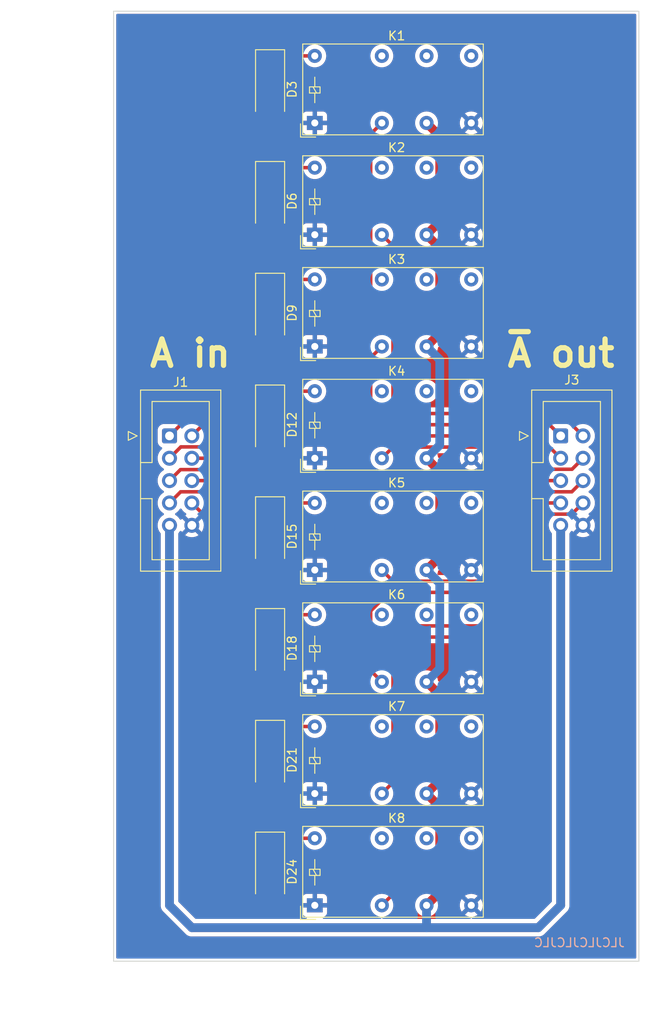
<source format=kicad_pcb>
(kicad_pcb (version 20221018) (generator pcbnew)
  (layers (0 "F.Cu" signal) (31 "B.Cu" signal) (34 "B.Paste" user) (35 "F.Paste" user) (36 "B.SilkS" user "B.Silkscreen") (37 "F.SilkS" user "F.Silkscreen") (38 "B.Mask" user) (39 "F.Mask" user) (44 "Edge.Cuts" user))
  (net 0 "")
  (net 1 "Net-(D3-A1)")
  (net 2 "Net-(D6-A1)")
  (net 3 "Net-(D9-A1)")
  (net 4 "Net-(D12-A1)")
  (net 5 "Net-(D15-A1)")
  (net 6 "Net-(D18-A1)")
  (net 7 "Net-(D21-A1)")
  (net 8 "Net-(D24-A1)")
  (net 12 "VCC")
  (net 13 "GND")
  (net 14 "Net-(J3-Pin_1)")
  (net 15 "Net-(J3-Pin_2)")
  (net 16 "Net-(J3-Pin_3)")
  (net 17 "Net-(J3-Pin_4)")
  (net 18 "Net-(J3-Pin_5)")
  (net 19 "Net-(J3-Pin_6)")
  (net 20 "Net-(J3-Pin_7)")
  (net 21 "Net-(J3-Pin_8)")
  (footprint "Diode_SMD:D_SMA_Handsoldering" (layer "F.Cu") (at 143.51 73.66 -90)
    (fp_text reference "D9" (at 0 -2.5 90) (layer "F.SilkS"))
    (fp_text value "SMAJ14CA")
    (fp_line (start -4.51 -1.65) (end -4.51 1.65) (stroke (width 0.12)) (layer "F.SilkS"))
    (fp_line (start -4.51 -1.65) (end 2.5 -1.65) (stroke (width 0.12)) (layer "F.SilkS"))
    (fp_line (start -4.51 1.65) (end 2.5 1.65) (stroke (width 0.12)) (layer "F.SilkS"))
    (pad "1" smd roundrect (at -2.5 0 270) (size 3.5 1.8) (layers "F.Cu" "F.Paste" "F.Mask") (roundrect_rratio 0.1388888889) (net 3 "Net-(D9-A1)"))
    (pad "2" smd roundrect (at 2.5 0 270) (size 3.5 1.8) (layers "F.Cu" "F.Paste" "F.Mask") (roundrect_rratio 0.1388888889) (net 13 "GND"))
  )
  (footprint "Relay_THT:Relay_DPDT_Finder_30.22" (layer "F.Cu") (at 148.59 140.97)
    (fp_text reference "K8" (at 9.3 -9.9) (layer "F.SilkS"))
    (fp_text value "J104D2C12VDC.15S")
    (fp_line (start -1.62 1.6) (end -1.62 0.1) (stroke (width 0.12)) (layer "F.SilkS"))
    (fp_line (start -1.37 -8.97) (end 19.15 -8.97) (stroke (width 0.12)) (layer "F.SilkS"))
    (fp_line (start -1.37 1.35) (end -1.37 -8.97) (stroke (width 0.12)) (layer "F.SilkS"))
    (fp_line (start -0.6 -4.1) (end -0.6 -3.4) (stroke (width 0.12)) (layer "F.SilkS"))
    (fp_line (start -0.6 -3.4) (end 0.6 -3.4) (stroke (width 0.12)) (layer "F.SilkS"))
    (fp_line (start 0 -4.1) (end 0 -5.2) (stroke (width 0.12)) (layer "F.SilkS"))
    (fp_line (start 0 -3.4) (end 0 -2.3) (stroke (width 0.12)) (layer "F.SilkS"))
    (fp_line (start 0.1 1.6) (end -1.62 1.6) (stroke (width 0.12)) (layer "F.SilkS"))
    (fp_line (start 0.2 -3.4) (end -0.2 -4.1) (stroke (width 0.12)) (layer "F.SilkS"))
    (fp_line (start 0.6 -4.1) (end -0.6 -4.1) (stroke (width 0.12)) (layer "F.SilkS"))
    (fp_line (start 0.6 -3.4) (end 0.6 -4.1) (stroke (width 0.12)) (layer "F.SilkS"))
    (fp_line (start 19.15 -8.97) (end 19.15 1.35) (stroke (width 0.12)) (layer "F.SilkS"))
    (fp_line (start 19.15 1.35) (end -1.37 1.35) (stroke (width 0.12)) (layer "F.SilkS"))
    (pad "11" thru_hole circle (at 7.62 0 90) (size 1.6 1.6) (drill 0.8) (layers "*.Cu" "*.Mask") (net 21 "Net-(J3-Pin_8)"))
    (pad "12" thru_hole circle (at 12.7 0 90) (size 1.6 1.6) (drill 0.8) (layers "*.Cu" "*.Mask") (net 12 "VCC"))
    (pad "14" thru_hole circle (at 17.78 0 90) (size 1.6 1.6) (drill 0.8) (layers "*.Cu" "*.Mask") (net 13 "GND"))
    (pad "21" thru_hole circle (at 7.62 -7.62 90) (size 1.6 1.6) (drill 0.8) (layers "*.Cu" "*.Mask"))
    (pad "22" thru_hole circle (at 12.7 -7.62 90) (size 1.6 1.6) (drill 0.8) (layers "*.Cu" "*.Mask"))
    (pad "24" thru_hole circle (at 17.78 -7.62 180) (size 1.6 1.6) (drill 0.8) (layers "*.Cu" "*.Mask"))
    (pad "A1" thru_hole rect (at 0 0 90) (size 1.6 1.8) (drill 0.8) (layers "*.Cu" "*.Mask") (net 13 "GND"))
    (pad "A2" thru_hole circle (at 0 -7.62 90) (size 1.6 1.6) (drill 0.8) (layers "*.Cu" "*.Mask") (net 8 "Net-(D24-A1)"))
  )
  (footprint "Diode_SMD:D_SMA_Handsoldering" (layer "F.Cu") (at 143.51 124.46 -90)
    (fp_text reference "D21" (at 0 -2.5 90) (layer "F.SilkS"))
    (fp_text value "SMAJ14CA")
    (fp_line (start -4.51 -1.65) (end -4.51 1.65) (stroke (width 0.12)) (layer "F.SilkS"))
    (fp_line (start -4.51 -1.65) (end 2.5 -1.65) (stroke (width 0.12)) (layer "F.SilkS"))
    (fp_line (start -4.51 1.65) (end 2.5 1.65) (stroke (width 0.12)) (layer "F.SilkS"))
    (pad "1" smd roundrect (at -2.5 0 270) (size 3.5 1.8) (layers "F.Cu" "F.Paste" "F.Mask") (roundrect_rratio 0.1388888889) (net 7 "Net-(D21-A1)"))
    (pad "2" smd roundrect (at 2.5 0 270) (size 3.5 1.8) (layers "F.Cu" "F.Paste" "F.Mask") (roundrect_rratio 0.1388888889) (net 13 "GND"))
  )
  (footprint "Relay_THT:Relay_DPDT_Finder_30.22" (layer "F.Cu") (at 148.59 64.77)
    (fp_text reference "K2" (at 9.3 -9.9) (layer "F.SilkS"))
    (fp_text value "J104D2C12VDC.15S")
    (fp_line (start -1.62 1.6) (end -1.62 0.1) (stroke (width 0.12)) (layer "F.SilkS"))
    (fp_line (start -1.37 -8.97) (end 19.15 -8.97) (stroke (width 0.12)) (layer "F.SilkS"))
    (fp_line (start -1.37 1.35) (end -1.37 -8.97) (stroke (width 0.12)) (layer "F.SilkS"))
    (fp_line (start -0.6 -4.1) (end -0.6 -3.4) (stroke (width 0.12)) (layer "F.SilkS"))
    (fp_line (start -0.6 -3.4) (end 0.6 -3.4) (stroke (width 0.12)) (layer "F.SilkS"))
    (fp_line (start 0 -4.1) (end 0 -5.2) (stroke (width 0.12)) (layer "F.SilkS"))
    (fp_line (start 0 -3.4) (end 0 -2.3) (stroke (width 0.12)) (layer "F.SilkS"))
    (fp_line (start 0.1 1.6) (end -1.62 1.6) (stroke (width 0.12)) (layer "F.SilkS"))
    (fp_line (start 0.2 -3.4) (end -0.2 -4.1) (stroke (width 0.12)) (layer "F.SilkS"))
    (fp_line (start 0.6 -4.1) (end -0.6 -4.1) (stroke (width 0.12)) (layer "F.SilkS"))
    (fp_line (start 0.6 -3.4) (end 0.6 -4.1) (stroke (width 0.12)) (layer "F.SilkS"))
    (fp_line (start 19.15 -8.97) (end 19.15 1.35) (stroke (width 0.12)) (layer "F.SilkS"))
    (fp_line (start 19.15 1.35) (end -1.37 1.35) (stroke (width 0.12)) (layer "F.SilkS"))
    (pad "11" thru_hole circle (at 7.62 0 90) (size 1.6 1.6) (drill 0.8) (layers "*.Cu" "*.Mask") (net 15 "Net-(J3-Pin_2)"))
    (pad "12" thru_hole circle (at 12.7 0 90) (size 1.6 1.6) (drill 0.8) (layers "*.Cu" "*.Mask") (net 12 "VCC"))
    (pad "14" thru_hole circle (at 17.78 0 90) (size 1.6 1.6) (drill 0.8) (layers "*.Cu" "*.Mask") (net 13 "GND"))
    (pad "21" thru_hole circle (at 7.62 -7.62 90) (size 1.6 1.6) (drill 0.8) (layers "*.Cu" "*.Mask"))
    (pad "22" thru_hole circle (at 12.7 -7.62 90) (size 1.6 1.6) (drill 0.8) (layers "*.Cu" "*.Mask"))
    (pad "24" thru_hole circle (at 17.78 -7.62 180) (size 1.6 1.6) (drill 0.8) (layers "*.Cu" "*.Mask"))
    (pad "A1" thru_hole rect (at 0 0 90) (size 1.6 1.8) (drill 0.8) (layers "*.Cu" "*.Mask") (net 13 "GND"))
    (pad "A2" thru_hole circle (at 0 -7.62 90) (size 1.6 1.6) (drill 0.8) (layers "*.Cu" "*.Mask") (net 2 "Net-(D6-A1)"))
  )
  (footprint "Relay_THT:Relay_DPDT_Finder_30.22" (layer "F.Cu") (at 148.59 102.87)
    (fp_text reference "K5" (at 9.3 -9.9) (layer "F.SilkS"))
    (fp_text value "J104D2C12VDC.15S")
    (fp_line (start -1.62 1.6) (end -1.62 0.1) (stroke (width 0.12)) (layer "F.SilkS"))
    (fp_line (start -1.37 -8.97) (end 19.15 -8.97) (stroke (width 0.12)) (layer "F.SilkS"))
    (fp_line (start -1.37 1.35) (end -1.37 -8.97) (stroke (width 0.12)) (layer "F.SilkS"))
    (fp_line (start -0.6 -4.1) (end -0.6 -3.4) (stroke (width 0.12)) (layer "F.SilkS"))
    (fp_line (start -0.6 -3.4) (end 0.6 -3.4) (stroke (width 0.12)) (layer "F.SilkS"))
    (fp_line (start 0 -4.1) (end 0 -5.2) (stroke (width 0.12)) (layer "F.SilkS"))
    (fp_line (start 0 -3.4) (end 0 -2.3) (stroke (width 0.12)) (layer "F.SilkS"))
    (fp_line (start 0.1 1.6) (end -1.62 1.6) (stroke (width 0.12)) (layer "F.SilkS"))
    (fp_line (start 0.2 -3.4) (end -0.2 -4.1) (stroke (width 0.12)) (layer "F.SilkS"))
    (fp_line (start 0.6 -4.1) (end -0.6 -4.1) (stroke (width 0.12)) (layer "F.SilkS"))
    (fp_line (start 0.6 -3.4) (end 0.6 -4.1) (stroke (width 0.12)) (layer "F.SilkS"))
    (fp_line (start 19.15 -8.97) (end 19.15 1.35) (stroke (width 0.12)) (layer "F.SilkS"))
    (fp_line (start 19.15 1.35) (end -1.37 1.35) (stroke (width 0.12)) (layer "F.SilkS"))
    (pad "11" thru_hole circle (at 7.62 0 90) (size 1.6 1.6) (drill 0.8) (layers "*.Cu" "*.Mask") (net 18 "Net-(J3-Pin_5)"))
    (pad "12" thru_hole circle (at 12.7 0 90) (size 1.6 1.6) (drill 0.8) (layers "*.Cu" "*.Mask") (net 12 "VCC"))
    (pad "14" thru_hole circle (at 17.78 0 90) (size 1.6 1.6) (drill 0.8) (layers "*.Cu" "*.Mask") (net 13 "GND"))
    (pad "21" thru_hole circle (at 7.62 -7.62 90) (size 1.6 1.6) (drill 0.8) (layers "*.Cu" "*.Mask"))
    (pad "22" thru_hole circle (at 12.7 -7.62 90) (size 1.6 1.6) (drill 0.8) (layers "*.Cu" "*.Mask"))
    (pad "24" thru_hole circle (at 17.78 -7.62 180) (size 1.6 1.6) (drill 0.8) (layers "*.Cu" "*.Mask"))
    (pad "A1" thru_hole rect (at 0 0 90) (size 1.6 1.8) (drill 0.8) (layers "*.Cu" "*.Mask") (net 13 "GND"))
    (pad "A2" thru_hole circle (at 0 -7.62 90) (size 1.6 1.6) (drill 0.8) (layers "*.Cu" "*.Mask") (net 5 "Net-(D15-A1)"))
  )
  (footprint "Diode_SMD:D_SMA_Handsoldering" (layer "F.Cu") (at 143.51 137.16 -90)
    (fp_text reference "D24" (at 0 -2.5 90) (layer "F.SilkS"))
    (fp_text value "SMAJ14CA")
    (fp_line (start -4.51 -1.65) (end -4.51 1.65) (stroke (width 0.12)) (layer "F.SilkS"))
    (fp_line (start -4.51 -1.65) (end 2.5 -1.65) (stroke (width 0.12)) (layer "F.SilkS"))
    (fp_line (start -4.51 1.65) (end 2.5 1.65) (stroke (width 0.12)) (layer "F.SilkS"))
    (pad "1" smd roundrect (at -2.5 0 270) (size 3.5 1.8) (layers "F.Cu" "F.Paste" "F.Mask") (roundrect_rratio 0.1388888889) (net 8 "Net-(D24-A1)"))
    (pad "2" smd roundrect (at 2.5 0 270) (size 3.5 1.8) (layers "F.Cu" "F.Paste" "F.Mask") (roundrect_rratio 0.1388888889) (net 13 "GND"))
  )
  (footprint "Diode_SMD:D_SMA_Handsoldering" (layer "F.Cu") (at 143.51 60.96 -90)
    (fp_text reference "D6" (at 0 -2.5 90) (layer "F.SilkS"))
    (fp_text value "SMAJ14CA")
    (fp_line (start -4.51 -1.65) (end -4.51 1.65) (stroke (width 0.12)) (layer "F.SilkS"))
    (fp_line (start -4.51 -1.65) (end 2.5 -1.65) (stroke (width 0.12)) (layer "F.SilkS"))
    (fp_line (start -4.51 1.65) (end 2.5 1.65) (stroke (width 0.12)) (layer "F.SilkS"))
    (pad "1" smd roundrect (at -2.5 0 270) (size 3.5 1.8) (layers "F.Cu" "F.Paste" "F.Mask") (roundrect_rratio 0.1388888889) (net 2 "Net-(D6-A1)"))
    (pad "2" smd roundrect (at 2.5 0 270) (size 3.5 1.8) (layers "F.Cu" "F.Paste" "F.Mask") (roundrect_rratio 0.1388888889) (net 13 "GND"))
  )
  (footprint "Diode_SMD:D_SMA_Handsoldering" (layer "F.Cu") (at 143.51 86.36 -90)
    (fp_text reference "D12" (at 0 -2.5 90) (layer "F.SilkS"))
    (fp_text value "SMAJ14CA")
    (fp_line (start -4.51 -1.65) (end -4.51 1.65) (stroke (width 0.12)) (layer "F.SilkS"))
    (fp_line (start -4.51 -1.65) (end 2.5 -1.65) (stroke (width 0.12)) (layer "F.SilkS"))
    (fp_line (start -4.51 1.65) (end 2.5 1.65) (stroke (width 0.12)) (layer "F.SilkS"))
    (pad "1" smd roundrect (at -2.5 0 270) (size 3.5 1.8) (layers "F.Cu" "F.Paste" "F.Mask") (roundrect_rratio 0.1388888889) (net 4 "Net-(D12-A1)"))
    (pad "2" smd roundrect (at 2.5 0 270) (size 3.5 1.8) (layers "F.Cu" "F.Paste" "F.Mask") (roundrect_rratio 0.1388888889) (net 13 "GND"))
  )
  (footprint "Connector_IDC:IDC-Header_2x05_P2.54mm_Vertical" (layer "F.Cu") (at 176.53 87.63)
    (fp_text reference "J3" (at 1.27 -6.35) (layer "F.SilkS"))
    (fp_text value "BHR-10-VUA")
    (fp_line (start -4.68 -0.5) (end -4.68 0.5) (stroke (width 0.12)) (layer "F.SilkS"))
    (fp_line (start -4.68 0.5) (end -3.68 0) (stroke (width 0.12)) (layer "F.SilkS"))
    (fp_line (start -3.68 0) (end -4.68 -0.5) (stroke (width 0.12)) (layer "F.SilkS"))
    (fp_line (start -3.29 -5.21) (end 5.83 -5.21) (stroke (width 0.12)) (layer "F.SilkS"))
    (fp_line (start -3.29 3.03) (end -1.98 3.03) (stroke (width 0.12)) (layer "F.SilkS"))
    (fp_line (start -3.29 15.37) (end -3.29 -5.21) (stroke (width 0.12)) (layer "F.SilkS"))
    (fp_line (start -1.98 -3.91) (end 4.52 -3.91) (stroke (width 0.12)) (layer "F.SilkS"))
    (fp_line (start -1.98 3.03) (end -1.98 -3.91) (stroke (width 0.12)) (layer "F.SilkS"))
    (fp_line (start -1.98 7.13) (end -3.29 7.13) (stroke (width 0.12)) (layer "F.SilkS"))
    (fp_line (start -1.98 7.13) (end -1.98 7.13) (stroke (width 0.12)) (layer "F.SilkS"))
    (fp_line (start -1.98 14.07) (end -1.98 7.13) (stroke (width 0.12)) (layer "F.SilkS"))
    (fp_line (start 4.52 -3.91) (end 4.52 14.07) (stroke (width 0.12)) (layer "F.SilkS"))
    (fp_line (start 4.52 14.07) (end -1.98 14.07) (stroke (width 0.12)) (layer "F.SilkS"))
    (fp_line (start 5.83 -5.21) (end 5.83 15.37) (stroke (width 0.12)) (layer "F.SilkS"))
    (fp_line (start 5.83 15.37) (end -3.29 15.37) (stroke (width 0.12)) (layer "F.SilkS"))
    (pad "1" thru_hole roundrect (at 0 0) (size 1.7 1.7) (drill 1) (layers "*.Cu" "*.Mask") (roundrect_rratio 0.147059) (net 14 "Net-(J3-Pin_1)"))
    (pad "2" thru_hole circle (at 2.54 0) (size 1.7 1.7) (drill 1) (layers "*.Cu" "*.Mask") (net 15 "Net-(J3-Pin_2)"))
    (pad "3" thru_hole circle (at 0 2.54) (size 1.7 1.7) (drill 1) (layers "*.Cu" "*.Mask") (net 16 "Net-(J3-Pin_3)"))
    (pad "4" thru_hole circle (at 2.54 2.54) (size 1.7 1.7) (drill 1) (layers "*.Cu" "*.Mask") (net 17 "Net-(J3-Pin_4)"))
    (pad "5" thru_hole circle (at 0 5.08) (size 1.7 1.7) (drill 1) (layers "*.Cu" "*.Mask") (net 18 "Net-(J3-Pin_5)"))
    (pad "6" thru_hole circle (at 2.54 5.08) (size 1.7 1.7) (drill 1) (layers "*.Cu" "*.Mask") (net 19 "Net-(J3-Pin_6)"))
    (pad "7" thru_hole circle (at 0 7.62) (size 1.7 1.7) (drill 1) (layers "*.Cu" "*.Mask") (net 20 "Net-(J3-Pin_7)"))
    (pad "8" thru_hole circle (at 2.54 7.62) (size 1.7 1.7) (drill 1) (layers "*.Cu" "*.Mask") (net 21 "Net-(J3-Pin_8)"))
    (pad "9" thru_hole circle (at 0 10.16) (size 1.7 1.7) (drill 1) (layers "*.Cu" "*.Mask") (net 12 "VCC"))
    (pad "10" thru_hole circle (at 2.54 10.16) (size 1.7 1.7) (drill 1) (layers "*.Cu" "*.Mask") (net 13 "GND"))
  )
  (footprint "Relay_THT:Relay_DPDT_Finder_30.22" (layer "F.Cu") (at 148.59 128.27)
    (fp_text reference "K7" (at 9.3 -9.9) (layer "F.SilkS"))
    (fp_text value "J104D2C12VDC.15S")
    (fp_line (start -1.62 1.6) (end -1.62 0.1) (stroke (width 0.12)) (layer "F.SilkS"))
    (fp_line (start -1.37 -8.97) (end 19.15 -8.97) (stroke (width 0.12)) (layer "F.SilkS"))
    (fp_line (start -1.37 1.35) (end -1.37 -8.97) (stroke (width 0.12)) (layer "F.SilkS"))
    (fp_line (start -0.6 -4.1) (end -0.6 -3.4) (stroke (width 0.12)) (layer "F.SilkS"))
    (fp_line (start -0.6 -3.4) (end 0.6 -3.4) (stroke (width 0.12)) (layer "F.SilkS"))
    (fp_line (start 0 -4.1) (end 0 -5.2) (stroke (width 0.12)) (layer "F.SilkS"))
    (fp_line (start 0 -3.4) (end 0 -2.3) (stroke (width 0.12)) (layer "F.SilkS"))
    (fp_line (start 0.1 1.6) (end -1.62 1.6) (stroke (width 0.12)) (layer "F.SilkS"))
    (fp_line (start 0.2 -3.4) (end -0.2 -4.1) (stroke (width 0.12)) (layer "F.SilkS"))
    (fp_line (start 0.6 -4.1) (end -0.6 -4.1) (stroke (width 0.12)) (layer "F.SilkS"))
    (fp_line (start 0.6 -3.4) (end 0.6 -4.1) (stroke (width 0.12)) (layer "F.SilkS"))
    (fp_line (start 19.15 -8.97) (end 19.15 1.35) (stroke (width 0.12)) (layer "F.SilkS"))
    (fp_line (start 19.15 1.35) (end -1.37 1.35) (stroke (width 0.12)) (layer "F.SilkS"))
    (pad "11" thru_hole circle (at 7.62 0 90) (size 1.6 1.6) (drill 0.8) (layers "*.Cu" "*.Mask") (net 20 "Net-(J3-Pin_7)"))
    (pad "12" thru_hole circle (at 12.7 0 90) (size 1.6 1.6) (drill 0.8) (layers "*.Cu" "*.Mask") (net 12 "VCC"))
    (pad "14" thru_hole circle (at 17.78 0 90) (size 1.6 1.6) (drill 0.8) (layers "*.Cu" "*.Mask") (net 13 "GND"))
    (pad "21" thru_hole circle (at 7.62 -7.62 90) (size 1.6 1.6) (drill 0.8) (layers "*.Cu" "*.Mask"))
    (pad "22" thru_hole circle (at 12.7 -7.62 90) (size 1.6 1.6) (drill 0.8) (layers "*.Cu" "*.Mask"))
    (pad "24" thru_hole circle (at 17.78 -7.62 180) (size 1.6 1.6) (drill 0.8) (layers "*.Cu" "*.Mask"))
    (pad "A1" thru_hole rect (at 0 0 90) (size 1.6 1.8) (drill 0.8) (layers "*.Cu" "*.Mask") (net 13 "GND"))
    (pad "A2" thru_hole circle (at 0 -7.62 90) (size 1.6 1.6) (drill 0.8) (layers "*.Cu" "*.Mask") (net 7 "Net-(D21-A1)"))
  )
  (footprint "Diode_SMD:D_SMA_Handsoldering" (layer "F.Cu") (at 143.51 48.26 -90)
    (fp_text reference "D3" (at 0 -2.5 90) (layer "F.SilkS"))
    (fp_text value "SMAJ14CA" hide)
    (fp_line (start -4.51 -1.65) (end -4.51 1.65) (stroke (width 0.12)) (layer "F.SilkS"))
    (fp_line (start -4.51 -1.65) (end 2.5 -1.65) (stroke (width 0.12)) (layer "F.SilkS"))
    (fp_line (start -4.51 1.65) (end 2.5 1.65) (stroke (width 0.12)) (layer "F.SilkS"))
    (pad "1" smd roundrect (at -2.5 0 270) (size 3.5 1.8) (layers "F.Cu" "F.Paste" "F.Mask") (roundrect_rratio 0.1388888889) (net 1 "Net-(D3-A1)"))
    (pad "2" smd roundrect (at 2.5 0 270) (size 3.5 1.8) (layers "F.Cu" "F.Paste" "F.Mask") (roundrect_rratio 0.1388888889) (net 13 "GND"))
  )
  (footprint "Diode_SMD:D_SMA_Handsoldering" (layer "F.Cu") (at 143.51 99.06 -90)
    (fp_text reference "D15" (at 0 -2.5 90) (layer "F.SilkS"))
    (fp_text value "SMAJ14CA")
    (fp_line (start -4.51 -1.65) (end -4.51 1.65) (stroke (width 0.12)) (layer "F.SilkS"))
    (fp_line (start -4.51 -1.65) (end 2.5 -1.65) (stroke (width 0.12)) (layer "F.SilkS"))
    (fp_line (start -4.51 1.65) (end 2.5 1.65) (stroke (width 0.12)) (layer "F.SilkS"))
    (pad "1" smd roundrect (at -2.5 0 270) (size 3.5 1.8) (layers "F.Cu" "F.Paste" "F.Mask") (roundrect_rratio 0.1388888889) (net 5 "Net-(D15-A1)"))
    (pad "2" smd roundrect (at 2.5 0 270) (size 3.5 1.8) (layers "F.Cu" "F.Paste" "F.Mask") (roundrect_rratio 0.1388888889) (net 13 "GND"))
  )
  (footprint "Diode_SMD:D_SMA_Handsoldering" (layer "F.Cu") (at 143.51 111.76 -90)
    (fp_text reference "D18" (at 0 -2.5 90) (layer "F.SilkS"))
    (fp_text value "SMAJ14CA")
    (fp_line (start -4.51 -1.65) (end -4.51 1.65) (stroke (width 0.12)) (layer "F.SilkS"))
    (fp_line (start -4.51 -1.65) (end 2.5 -1.65) (stroke (width 0.12)) (layer "F.SilkS"))
    (fp_line (start -4.51 1.65) (end 2.5 1.65) (stroke (width 0.12)) (layer "F.SilkS"))
    (pad "1" smd roundrect (at -2.5 0 270) (size 3.5 1.8) (layers "F.Cu" "F.Paste" "F.Mask") (roundrect_rratio 0.1388888889) (net 6 "Net-(D18-A1)"))
    (pad "2" smd roundrect (at 2.5 0 270) (size 3.5 1.8) (layers "F.Cu" "F.Paste" "F.Mask") (roundrect_rratio 0.1388888889) (net 13 "GND"))
  )
  (footprint "Relay_THT:Relay_DPDT_Finder_30.22" (layer "F.Cu") (at 148.59 52.07)
    (fp_text reference "K1" (at 9.3 -9.9) (layer "F.SilkS"))
    (fp_text value "J104D2C12VDC.15S" hide)
    (fp_line (start -1.62 1.6) (end -1.62 0.1) (stroke (width 0.12)) (layer "F.SilkS"))
    (fp_line (start -1.37 -8.97) (end 19.15 -8.97) (stroke (width 0.12)) (layer "F.SilkS"))
    (fp_line (start -1.37 1.35) (end -1.37 -8.97) (stroke (width 0.12)) (layer "F.SilkS"))
    (fp_line (start -0.6 -4.1) (end -0.6 -3.4) (stroke (width 0.12)) (layer "F.SilkS"))
    (fp_line (start -0.6 -3.4) (end 0.6 -3.4) (stroke (width 0.12)) (layer "F.SilkS"))
    (fp_line (start 0 -4.1) (end 0 -5.2) (stroke (width 0.12)) (layer "F.SilkS"))
    (fp_line (start 0 -3.4) (end 0 -2.3) (stroke (width 0.12)) (layer "F.SilkS"))
    (fp_line (start 0.1 1.6) (end -1.62 1.6) (stroke (width 0.12)) (layer "F.SilkS"))
    (fp_line (start 0.2 -3.4) (end -0.2 -4.1) (stroke (width 0.12)) (layer "F.SilkS"))
    (fp_line (start 0.6 -4.1) (end -0.6 -4.1) (stroke (width 0.12)) (layer "F.SilkS"))
    (fp_line (start 0.6 -3.4) (end 0.6 -4.1) (stroke (width 0.12)) (layer "F.SilkS"))
    (fp_line (start 19.15 -8.97) (end 19.15 1.35) (stroke (width 0.12)) (layer "F.SilkS"))
    (fp_line (start 19.15 1.35) (end -1.37 1.35) (stroke (width 0.12)) (layer "F.SilkS"))
    (pad "11" thru_hole circle (at 7.62 0 90) (size 1.6 1.6) (drill 0.8) (layers "*.Cu" "*.Mask") (net 14 "Net-(J3-Pin_1)"))
    (pad "12" thru_hole circle (at 12.7 0 90) (size 1.6 1.6) (drill 0.8) (layers "*.Cu" "*.Mask") (net 12 "VCC"))
    (pad "14" thru_hole circle (at 17.78 0 90) (size 1.6 1.6) (drill 0.8) (layers "*.Cu" "*.Mask") (net 13 "GND"))
    (pad "21" thru_hole circle (at 7.62 -7.62 90) (size 1.6 1.6) (drill 0.8) (layers "*.Cu" "*.Mask"))
    (pad "22" thru_hole circle (at 12.7 -7.62 90) (size 1.6 1.6) (drill 0.8) (layers "*.Cu" "*.Mask"))
    (pad "24" thru_hole circle (at 17.78 -7.62 180) (size 1.6 1.6) (drill 0.8) (layers "*.Cu" "*.Mask"))
    (pad "A1" thru_hole rect (at 0 0 90) (size 1.6 1.8) (drill 0.8) (layers "*.Cu" "*.Mask") (net 13 "GND"))
    (pad "A2" thru_hole circle (at 0 -7.62 90) (size 1.6 1.6) (drill 0.8) (layers "*.Cu" "*.Mask") (net 1 "Net-(D3-A1)"))
  )
  (footprint "Relay_THT:Relay_DPDT_Finder_30.22" (layer "F.Cu") (at 148.59 77.47)
    (fp_text reference "K3" (at 9.3 -9.9) (layer "F.SilkS"))
    (fp_text value "J104D2C12VDC.15S")
    (fp_line (start -1.62 1.6) (end -1.62 0.1) (stroke (width 0.12)) (layer "F.SilkS"))
    (fp_line (start -1.37 -8.97) (end 19.15 -8.97) (stroke (width 0.12)) (layer "F.SilkS"))
    (fp_line (start -1.37 1.35) (end -1.37 -8.97) (stroke (width 0.12)) (layer "F.SilkS"))
    (fp_line (start -0.6 -4.1) (end -0.6 -3.4) (stroke (width 0.12)) (layer "F.SilkS"))
    (fp_line (start -0.6 -3.4) (end 0.6 -3.4) (stroke (width 0.12)) (layer "F.SilkS"))
    (fp_line (start 0 -4.1) (end 0 -5.2) (stroke (width 0.12)) (layer "F.SilkS"))
    (fp_line (start 0 -3.4) (end 0 -2.3) (stroke (width 0.12)) (layer "F.SilkS"))
    (fp_line (start 0.1 1.6) (end -1.62 1.6) (stroke (width 0.12)) (layer "F.SilkS"))
    (fp_line (start 0.2 -3.4) (end -0.2 -4.1) (stroke (width 0.12)) (layer "F.SilkS"))
    (fp_line (start 0.6 -4.1) (end -0.6 -4.1) (stroke (width 0.12)) (layer "F.SilkS"))
    (fp_line (start 0.6 -3.4) (end 0.6 -4.1) (stroke (width 0.12)) (layer "F.SilkS"))
    (fp_line (start 19.15 -8.97) (end 19.15 1.35) (stroke (width 0.12)) (layer "F.SilkS"))
    (fp_line (start 19.15 1.35) (end -1.37 1.35) (stroke (width 0.12)) (layer "F.SilkS"))
    (pad "11" thru_hole circle (at 7.62 0 90) (size 1.6 1.6) (drill 0.8) (layers "*.Cu" "*.Mask") (net 16 "Net-(J3-Pin_3)"))
    (pad "12" thru_hole circle (at 12.7 0 90) (size 1.6 1.6) (drill 0.8) (layers "*.Cu" "*.Mask") (net 12 "VCC"))
    (pad "14" thru_hole circle (at 17.78 0 90) (size 1.6 1.6) (drill 0.8) (layers "*.Cu" "*.Mask") (net 13 "GND"))
    (pad "21" thru_hole circle (at 7.62 -7.62 90) (size 1.6 1.6) (drill 0.8) (layers "*.Cu" "*.Mask"))
    (pad "22" thru_hole circle (at 12.7 -7.62 90) (size 1.6 1.6) (drill 0.8) (layers "*.Cu" "*.Mask"))
    (pad "24" thru_hole circle (at 17.78 -7.62 180) (size 1.6 1.6) (drill 0.8) (layers "*.Cu" "*.Mask"))
    (pad "A1" thru_hole rect (at 0 0 90) (size 1.6 1.8) (drill 0.8) (layers "*.Cu" "*.Mask") (net 13 "GND"))
    (pad "A2" thru_hole circle (at 0 -7.62 90) (size 1.6 1.6) (drill 0.8) (layers "*.Cu" "*.Mask") (net 3 "Net-(D9-A1)"))
  )
  (footprint "Connector_IDC:IDC-Header_2x05_P2.54mm_Vertical" (layer "F.Cu") (at 132.08 87.63)
    (fp_text reference "J1" (at 1.27 -6.1) (layer "F.SilkS"))
    (fp_text value "BHR-10-VUA" hide)
    (fp_line (start -4.68 -0.5) (end -4.68 0.5) (stroke (width 0.12)) (layer "F.SilkS"))
    (fp_line (start -4.68 0.5) (end -3.68 0) (stroke (width 0.12)) (layer "F.SilkS"))
    (fp_line (start -3.68 0) (end -4.68 -0.5) (stroke (width 0.12)) (layer "F.SilkS"))
    (fp_line (start -3.29 -5.21) (end 5.83 -5.21) (stroke (width 0.12)) (layer "F.SilkS"))
    (fp_line (start -3.29 3.03) (end -1.98 3.03) (stroke (width 0.12)) (layer "F.SilkS"))
    (fp_line (start -3.29 15.37) (end -3.29 -5.21) (stroke (width 0.12)) (layer "F.SilkS"))
    (fp_line (start -1.98 -3.91) (end 4.52 -3.91) (stroke (width 0.12)) (layer "F.SilkS"))
    (fp_line (start -1.98 3.03) (end -1.98 -3.91) (stroke (width 0.12)) (layer "F.SilkS"))
    (fp_line (start -1.98 7.13) (end -3.29 7.13) (stroke (width 0.12)) (layer "F.SilkS"))
    (fp_line (start -1.98 7.13) (end -1.98 7.13) (stroke (width 0.12)) (layer "F.SilkS"))
    (fp_line (start -1.98 14.07) (end -1.98 7.13) (stroke (width 0.12)) (layer "F.SilkS"))
    (fp_line (start 4.52 -3.91) (end 4.52 14.07) (stroke (width 0.12)) (layer "F.SilkS"))
    (fp_line (start 4.52 14.07) (end -1.98 14.07) (stroke (width 0.12)) (layer "F.SilkS"))
    (fp_line (start 5.83 -5.21) (end 5.83 15.37) (stroke (width 0.12)) (layer "F.SilkS"))
    (fp_line (start 5.83 15.37) (end -3.29 15.37) (stroke (width 0.12)) (layer "F.SilkS"))
    (pad "1" thru_hole roundrect (at 0 0) (size 1.7 1.7) (drill 1) (layers "*.Cu" "*.Mask") (roundrect_rratio 0.147059) (net 1 "Net-(D3-A1)"))
    (pad "2" thru_hole circle (at 2.54 0) (size 1.7 1.7) (drill 1) (layers "*.Cu" "*.Mask") (net 2 "Net-(D6-A1)"))
    (pad "3" thru_hole circle (at 0 2.54) (size 1.7 1.7) (drill 1) (layers "*.Cu" "*.Mask") (net 3 "Net-(D9-A1)"))
    (pad "4" thru_hole circle (at 2.54 2.54) (size 1.7 1.7) (drill 1) (layers "*.Cu" "*.Mask") (net 4 "Net-(D12-A1)"))
    (pad "5" thru_hole circle (at 0 5.08) (size 1.7 1.7) (drill 1) (layers "*.Cu" "*.Mask") (net 5 "Net-(D15-A1)"))
    (pad "6" thru_hole circle (at 2.54 5.08) (size 1.7 1.7) (drill 1) (layers "*.Cu" "*.Mask") (net 6 "Net-(D18-A1)"))
    (pad "7" thru_hole circle (at 0 7.62) (size 1.7 1.7) (drill 1) (layers "*.Cu" "*.Mask") (net 7 "Net-(D21-A1)"))
    (pad "8" thru_hole circle (at 2.54 7.62) (size 1.7 1.7) (drill 1) (layers "*.Cu" "*.Mask") (net 8 "Net-(D24-A1)"))
    (pad "9" thru_hole circle (at 0 10.16) (size 1.7 1.7) (drill 1) (layers "*.Cu" "*.Mask") (net 12 "VCC"))
    (pad "10" thru_hole circle (at 2.54 10.16) (size 1.7 1.7) (drill 1) (layers "*.Cu" "*.Mask") (net 13 "GND"))
  )
  (footprint "Relay_THT:Relay_DPDT_Finder_30.22" (layer "F.Cu") (at 148.59 115.57)
    (fp_text reference "K6" (at 9.3 -9.9) (layer "F.SilkS"))
    (fp_text value "J104D2C12VDC.15S")
    (fp_line (start -1.62 1.6) (end -1.62 0.1) (stroke (width 0.12)) (layer "F.SilkS"))
    (fp_line (start -1.37 -8.97) (end 19.15 -8.97) (stroke (width 0.12)) (layer "F.SilkS"))
    (fp_line (start -1.37 1.35) (end -1.37 -8.97) (stroke (width 0.12)) (layer "F.SilkS"))
    (fp_line (start -0.6 -4.1) (end -0.6 -3.4) (stroke (width 0.12)) (layer "F.SilkS"))
    (fp_line (start -0.6 -3.4) (end 0.6 -3.4) (stroke (width 0.12)) (layer "F.SilkS"))
    (fp_line (start 0 -4.1) (end 0 -5.2) (stroke (width 0.12)) (layer "F.SilkS"))
    (fp_line (start 0 -3.4) (end 0 -2.3) (stroke (width 0.12)) (layer "F.SilkS"))
    (fp_line (start 0.1 1.6) (end -1.62 1.6) (stroke (width 0.12)) (layer "F.SilkS"))
    (fp_line (start 0.2 -3.4) (end -0.2 -4.1) (stroke (width 0.12)) (layer "F.SilkS"))
    (fp_line (start 0.6 -4.1) (end -0.6 -4.1) (stroke (width 0.12)) (layer "F.SilkS"))
    (fp_line (start 0.6 -3.4) (end 0.6 -4.1) (stroke (width 0.12)) (layer "F.SilkS"))
    (fp_line (start 19.15 -8.97) (end 19.15 1.35) (stroke (width 0.12)) (layer "F.SilkS"))
    (fp_line (start 19.15 1.35) (end -1.37 1.35) (stroke (width 0.12)) (layer "F.SilkS"))
    (pad "11" thru_hole circle (at 7.62 0 90) (size 1.6 1.6) (drill 0.8) (layers "*.Cu" "*.Mask") (net 19 "Net-(J3-Pin_6)"))
    (pad "12" thru_hole circle (at 12.7 0 90) (size 1.6 1.6) (drill 0.8) (layers "*.Cu" "*.Mask") (net 12 "VCC"))
    (pad "14" thru_hole circle (at 17.78 0 90) (size 1.6 1.6) (drill 0.8) (layers "*.Cu" "*.Mask") (net 13 "GND"))
    (pad "21" thru_hole circle (at 7.62 -7.62 90) (size 1.6 1.6) (drill 0.8) (layers "*.Cu" "*.Mask"))
    (pad "22" thru_hole circle (at 12.7 -7.62 90) (size 1.6 1.6) (drill 0.8) (layers "*.Cu" "*.Mask"))
    (pad "24" thru_hole circle (at 17.78 -7.62 180) (size 1.6 1.6) (drill 0.8) (layers "*.Cu" "*.Mask"))
    (pad "A1" thru_hole rect (at 0 0 90) (size 1.6 1.8) (drill 0.8) (layers "*.Cu" "*.Mask") (net 13 "GND"))
    (pad "A2" thru_hole circle (at 0 -7.62 90) (size 1.6 1.6) (drill 0.8) (layers "*.Cu" "*.Mask") (net 6 "Net-(D18-A1)"))
  )
  (footprint "Relay_THT:Relay_DPDT_Finder_30.22" (layer "F.Cu") (at 148.59 90.17)
    (fp_text reference "K4" (at 9.3 -9.9) (layer "F.SilkS"))
    (fp_text value "J104D2C12VDC.15S")
    (fp_line (start -1.62 1.6) (end -1.62 0.1) (stroke (width 0.12)) (layer "F.SilkS"))
    (fp_line (start -1.37 -8.97) (end 19.15 -8.97) (stroke (width 0.12)) (layer "F.SilkS"))
    (fp_line (start -1.37 1.35) (end -1.37 -8.97) (stroke (width 0.12)) (layer "F.SilkS"))
    (fp_line (start -0.6 -4.1) (end -0.6 -3.4) (stroke (width 0.12)) (layer "F.SilkS"))
    (fp_line (start -0.6 -3.4) (end 0.6 -3.4) (stroke (width 0.12)) (layer "F.SilkS"))
    (fp_line (start 0 -4.1) (end 0 -5.2) (stroke (width 0.12)) (layer "F.SilkS"))
    (fp_line (start 0 -3.4) (end 0 -2.3) (stroke (width 0.12)) (layer "F.SilkS"))
    (fp_line (start 0.1 1.6) (end -1.62 1.6) (stroke (width 0.12)) (layer "F.SilkS"))
    (fp_line (start 0.2 -3.4) (end -0.2 -4.1) (stroke (width 0.12)) (layer "F.SilkS"))
    (fp_line (start 0.6 -4.1) (end -0.6 -4.1) (stroke (width 0.12)) (layer "F.SilkS"))
    (fp_line (start 0.6 -3.4) (end 0.6 -4.1) (stroke (width 0.12)) (layer "F.SilkS"))
    (fp_line (start 19.15 -8.97) (end 19.15 1.35) (stroke (width 0.12)) (layer "F.SilkS"))
    (fp_line (start 19.15 1.35) (end -1.37 1.35) (stroke (width 0.12)) (layer "F.SilkS"))
    (pad "11" thru_hole circle (at 7.62 0 90) (size 1.6 1.6) (drill 0.8) (layers "*.Cu" "*.Mask") (net 17 "Net-(J3-Pin_4)"))
    (pad "12" thru_hole circle (at 12.7 0 90) (size 1.6 1.6) (drill 0.8) (layers "*.Cu" "*.Mask") (net 12 "VCC"))
    (pad "14" thru_hole circle (at 17.78 0 90) (size 1.6 1.6) (drill 0.8) (layers "*.Cu" "*.Mask") (net 13 "GND"))
    (pad "21" thru_hole circle (at 7.62 -7.62 90) (size 1.6 1.6) (drill 0.8) (layers "*.Cu" "*.Mask"))
    (pad "22" thru_hole circle (at 12.7 -7.62 90) (size 1.6 1.6) (drill 0.8) (layers "*.Cu" "*.Mask"))
    (pad "24" thru_hole circle (at 17.78 -7.62 180) (size 1.6 1.6) (drill 0.8) (layers "*.Cu" "*.Mask"))
    (pad "A1" thru_hole rect (at 0 0 90) (size 1.6 1.8) (drill 0.8) (layers "*.Cu" "*.Mask") (net 13 "GND"))
    (pad "A2" thru_hole circle (at 0 -7.62 90) (size 1.6 1.6) (drill 0.8) (layers "*.Cu" "*.Mask") (net 4 "Net-(D12-A1)"))
  )
  (gr_line (start 185.42 147.32) (end 125.73 147.32) (stroke (width 0.1)) (layer "Edge.Cuts"))
  (gr_line (start 125.73 39.37) (end 185.42 39.37) (stroke (width 0.1)) (layer "Edge.Cuts"))
  (gr_line (start 125.73 147.32) (end 125.73 39.37) (stroke (width 0.1)) (layer "Edge.Cuts"))
  (gr_line (start 185.42 39.37) (end 185.42 147.32) (stroke (width 0.1)) (layer "Edge.Cuts"))
  (gr_text "JLCJLCJLCJLC" (at 183.896 145.796) (layer "B.SilkS") (effects (font (size 1 1)) (justify left bottom mirror)))
  (gr_text "~{A} out" (at 170.18 80.01) (layer "F.SilkS") (effects (font (size 3 3) (thickness 0.6) bold) (justify left bottom)))
  (gr_text "A in" (at 129.54 80.01) (layer "F.SilkS") (effects (font (size 3 3) (thickness 0.6) bold) (justify left bottom)))
  (segment (start 138.43 50.84) (end 143.51 45.76) (width 0.4) (layer "F.Cu") (net 1))
  (segment (start 143.51 45.76) (end 144.82 44.45) (width 0.4) (layer "F.Cu") (net 1))
  (segment (start 132.08 87.63) (end 138.43 81.28) (width 0.4) (layer "F.Cu") (net 1))
  (segment (start 144.82 44.45) (end 148.59 44.45) (width 0.4) (layer "F.Cu") (net 1))
  (segment (start 138.43 81.28) (end 138.43 50.84) (width 0.4) (layer "F.Cu") (net 1))
  (segment (start 144.82 57.15) (end 148.59 57.15) (width 0.4) (layer "F.Cu") (net 2))
  (segment (start 143.51 58.46) (end 144.82 57.15) (width 0.4) (layer "F.Cu") (net 2))
  (segment (start 139.7 62.27) (end 143.51 58.46) (width 0.4) (layer "F.Cu") (net 2))
  (segment (start 139.7 82.55) (end 139.7 62.27) (width 0.4) (layer "F.Cu") (net 2))
  (segment (start 134.62 87.63) (end 139.7 82.55) (width 0.4) (layer "F.Cu") (net 2))
  (segment (start 132.08 90.17) (end 133.37 88.88) (width 0.4) (layer "F.Cu") (net 3))
  (segment (start 140.97 83.82) (end 140.97 73.7) (width 0.4) (layer "F.Cu") (net 3))
  (segment (start 140.97 73.7) (end 143.51 71.16) (width 0.4) (layer "F.Cu") (net 3))
  (segment (start 144.82 69.85) (end 148.59 69.85) (width 0.4) (layer "F.Cu") (net 3))
  (segment (start 135.91 88.88) (end 140.97 83.82) (width 0.4) (layer "F.Cu") (net 3))
  (segment (start 143.51 71.16) (end 144.82 69.85) (width 0.4) (layer "F.Cu") (net 3))
  (segment (start 133.37 88.88) (end 135.91 88.88) (width 0.4) (layer "F.Cu") (net 3))
  (segment (start 137.2 90.17) (end 143.51 83.86) (width 0.4) (layer "F.Cu") (net 4))
  (segment (start 143.51 83.86) (end 144.82 82.55) (width 0.4) (layer "F.Cu") (net 4))
  (segment (start 144.82 82.55) (end 148.59 82.55) (width 0.4) (layer "F.Cu") (net 4))
  (segment (start 134.62 90.17) (end 137.2 90.17) (width 0.4) (layer "F.Cu") (net 4))
  (segment (start 133.33 91.46) (end 138.41 91.46) (width 0.4) (layer "F.Cu") (net 5))
  (segment (start 138.41 91.46) (end 143.51 96.56) (width 0.4) (layer "F.Cu") (net 5))
  (segment (start 144.82 95.25) (end 148.59 95.25) (width 0.4) (layer "F.Cu") (net 5))
  (segment (start 143.51 96.56) (end 144.82 95.25) (width 0.4) (layer "F.Cu") (net 5))
  (segment (start 132.08 92.71) (end 133.33 91.46) (width 0.4) (layer "F.Cu") (net 5))
  (segment (start 144.82 107.95) (end 148.59 107.95) (width 0.4) (layer "F.Cu") (net 6))
  (segment (start 134.62 92.71) (end 137.16 92.71) (width 0.4) (layer "F.Cu") (net 6))
  (segment (start 140.97 106.72) (end 143.51 109.26) (width 0.4) (layer "F.Cu") (net 6))
  (segment (start 137.16 92.71) (end 140.97 96.52) (width 0.4) (layer "F.Cu") (net 6))
  (segment (start 140.97 96.52) (end 140.97 106.72) (width 0.4) (layer "F.Cu") (net 6))
  (segment (start 143.51 109.26) (end 144.82 107.95) (width 0.4) (layer "F.Cu") (net 6))
  (segment (start 144.82 120.65) (end 148.59 120.65) (width 0.4) (layer "F.Cu") (net 7))
  (segment (start 143.51 121.96) (end 144.82 120.65) (width 0.4) (layer "F.Cu") (net 7))
  (segment (start 133.35 93.98) (end 135.89 93.98) (width 0.4) (layer "F.Cu") (net 7))
  (segment (start 135.89 93.98) (end 139.7 97.79) (width 0.4) (layer "F.Cu") (net 7))
  (segment (start 139.7 97.79) (end 139.7 118.15) (width 0.4) (layer "F.Cu") (net 7))
  (segment (start 139.7 118.15) (end 143.51 121.96) (width 0.4) (layer "F.Cu") (net 7))
  (segment (start 132.08 95.25) (end 133.35 93.98) (width 0.4) (layer "F.Cu") (net 7))
  (segment (start 134.62 95.25) (end 138.43 99.06) (width 0.4) (layer "F.Cu") (net 8))
  (segment (start 144.82 133.35) (end 148.59 133.35) (width 0.4) (layer "F.Cu") (net 8))
  (segment (start 138.43 129.58) (end 143.51 134.66) (width 0.4) (layer "F.Cu") (net 8))
  (segment (start 143.51 134.66) (end 144.82 133.35) (width 0.4) (layer "F.Cu") (net 8))
  (segment (start 138.43 99.06) (end 138.43 129.58) (width 0.4) (layer "F.Cu") (net 8))
  (segment (start 161.29 128.27) (end 162.79 129.77) (width 1) (layer "F.Cu") (net 12))
  (segment (start 162.79 117.07) (end 162.79 126.77) (width 1) (layer "F.Cu") (net 12))
  (segment (start 162.79 101.37) (end 162.79 91.67) (width 1) (layer "F.Cu") (net 12))
  (segment (start 162.79 75.97) (end 162.79 66.27) (width 1) (layer "F.Cu") (net 12))
  (segment (start 162.79 53.57) (end 161.29 52.07) (width 1) (layer "F.Cu") (net 12))
  (segment (start 132.08 97.79) (end 132.08 140.97) (width 1) (layer "F.Cu") (net 12))
  (segment (start 132.08 140.97) (end 134.62 143.51) (width 1) (layer "F.Cu") (net 12))
  (segment (start 161.29 77.47) (end 162.79 75.97) (width 1) (layer "F.Cu") (net 12))
  (segment (start 162.79 63.27) (end 162.79 53.57) (width 1) (layer "F.Cu") (net 12))
  (segment (start 162.79 66.27) (end 161.29 64.77) (width 1) (layer "F.Cu") (net 12))
  (segment (start 162.79 91.67) (end 161.29 90.17) (width 1) (layer "F.Cu") (net 12))
  (segment (start 134.62 143.51) (end 173.99 143.51) (width 1) (layer "F.Cu") (net 12))
  (segment (start 161.29 115.57) (end 162.79 117.07) (width 1) (layer "F.Cu") (net 12))
  (segment (start 173.99 143.51) (end 176.53 140.97) (width 1) (layer "F.Cu") (net 12))
  (segment (start 162.79 129.77) (end 162.79 139.47) (width 1) (layer "F.Cu") (net 12))
  (segment (start 176.53 140.97) (end 176.53 97.79) (width 1) (layer "F.Cu") (net 12))
  (segment (start 161.29 64.77) (end 162.79 63.27) (width 1) (layer "F.Cu") (net 12))
  (segment (start 162.79 126.77) (end 161.29 128.27) (width 1) (layer "F.Cu") (net 12))
  (segment (start 161.29 102.87) (end 162.79 101.37) (width 1) (layer "F.Cu") (net 12))
  (segment (start 162.79 139.47) (end 161.29 140.97) (width 1) (layer "F.Cu") (net 12))
  (segment (start 176.53 97.79) (end 176.53 140.97) (width 1) (layer "B.Cu") (net 12))
  (segment (start 162.79 78.97) (end 161.29 77.47) (width 1) (layer "B.Cu") (net 12))
  (segment (start 162.79 114.07) (end 161.29 115.57) (width 1) (layer "B.Cu") (net 12))
  (segment (start 161.29 143.51) (end 134.62 143.51) (width 1) (layer "B.Cu") (net 12))
  (segment (start 162.79 104.37) (end 162.79 114.07) (width 1) (layer "B.Cu") (net 12))
  (segment (start 161.29 90.17) (end 162.79 88.67) (width 1) (layer "B.Cu") (net 12))
  (segment (start 162.79 88.67) (end 162.79 78.97) (width 1) (layer "B.Cu") (net 12))
  (segment (start 173.99 143.51) (end 161.29 143.51) (width 1) (layer "B.Cu") (net 12))
  (segment (start 134.62 143.51) (end 132.08 140.97) (width 1) (layer "B.Cu") (net 12))
  (segment (start 132.08 140.97) (end 132.08 97.79) (width 1) (layer "B.Cu") (net 12))
  (segment (start 176.53 140.97) (end 173.99 143.51) (width 1) (layer "B.Cu") (net 12))
  (segment (start 161.29 102.87) (end 162.79 104.37) (width 1) (layer "B.Cu") (net 12))
  (segment (start 161.29 140.97) (end 161.29 143.51) (width 1) (layer "B.Cu") (net 12))
  (segment (start 154.94 73.66) (end 157.48 76.2) (width 0.4) (layer "F.Cu") (net 14))
  (segment (start 154.94 53.34) (end 154.94 73.66) (width 0.4) (layer "F.Cu") (net 14))
  (segment (start 157.48 83.82) (end 160.02 86.36) (width 0.4) (layer "F.Cu") (net 14))
  (segment (start 175.26 86.36) (end 176.53 87.63) (width 0.4) (layer "F.Cu") (net 14))
  (segment (start 160.02 86.36) (end 175.26 86.36) (width 0.4) (layer "F.Cu") (net 14))
  (segment (start 156.21 52.07) (end 154.94 53.34) (width 0.4) (layer "F.Cu") (net 14))
  (segment (start 157.48 76.2) (end 157.48 83.82) (width 0.4) (layer "F.Cu") (net 14))
  (segment (start 161.29 85.09) (end 176.53 85.09) (width 0.4) (layer "F.Cu") (net 15))
  (segment (start 158.75 82.55) (end 161.29 85.09) (width 0.4) (layer "F.Cu") (net 15))
  (segment (start 156.21 64.77) (end 158.75 67.31) (width 0.4) (layer "F.Cu") (net 15))
  (segment (start 158.75 67.31) (end 158.75 82.55) (width 0.4) (layer "F.Cu") (net 15))
  (segment (start 176.53 85.09) (end 179.07 87.63) (width 0.4) (layer "F.Cu") (net 15))
  (segment (start 157.48 87.63) (end 173.99 87.63) (width 0.4) (layer "F.Cu") (net 16))
  (segment (start 154.94 78.74) (end 154.94 85.09) (width 0.4) (layer "F.Cu") (net 16))
  (segment (start 173.99 87.63) (end 176.53 90.17) (width 0.4) (layer "F.Cu") (net 16))
  (segment (start 156.21 77.47) (end 154.94 78.74) (width 0.4) (layer "F.Cu") (net 16))
  (segment (start 154.94 85.09) (end 157.48 87.63) (width 0.4) (layer "F.Cu") (net 16))
  (segment (start 156.21 90.17) (end 157.48 88.9) (width 0.4) (layer "F.Cu") (net 17))
  (segment (start 177.82 91.42) (end 179.07 90.17) (width 0.4) (layer "F.Cu") (net 17))
  (segment (start 168.026117 88.9) (end 170.546117 91.42) (width 0.4) (layer "F.Cu") (net 17))
  (segment (start 157.48 88.9) (end 168.026117 88.9) (width 0.4) (layer "F.Cu") (net 17))
  (segment (start 170.546117 91.42) (end 177.82 91.42) (width 0.4) (layer "F.Cu") (net 17))
  (segment (start 168.91 102.87) (end 168.91 95.25) (width 0.4) (layer "F.Cu") (net 18))
  (segment (start 167.64 104.14) (end 168.91 102.87) (width 0.4) (layer "F.Cu") (net 18))
  (segment (start 168.91 95.25) (end 171.45 92.71) (width 0.4) (layer "F.Cu") (net 18))
  (segment (start 156.21 102.87) (end 157.48 104.14) (width 0.4) (layer "F.Cu") (net 18))
  (segment (start 171.45 92.71) (end 176.53 92.71) (width 0.4) (layer "F.Cu") (net 18))
  (segment (start 157.48 104.14) (end 167.64 104.14) (width 0.4) (layer "F.Cu") (net 18))
  (segment (start 156.21 115.57) (end 154.94 114.3) (width 0.4) (layer "F.Cu") (net 19))
  (segment (start 168.91 105.41) (end 170.18 104.14) (width 0.4) (layer "F.Cu") (net 19))
  (segment (start 157.052943 105.41) (end 168.91 105.41) (width 0.4) (layer "F.Cu") (net 19))
  (segment (start 170.18 104.14) (end 170.18 96.52) (width 0.4) (layer "F.Cu") (net 19))
  (segment (start 154.94 114.3) (end 154.94 107.522943) (width 0.4) (layer "F.Cu") (net 19))
  (segment (start 170.18 96.52) (end 172.72 93.98) (width 0.4) (layer "F.Cu") (net 19))
  (segment (start 154.94 107.522943) (end 157.052943 105.41) (width 0.4) (layer "F.Cu") (net 19))
  (segment (start 177.8 93.98) (end 179.07 92.71) (width 0.4) (layer "F.Cu") (net 19))
  (segment (start 172.72 93.98) (end 177.8 93.98) (width 0.4) (layer "F.Cu") (net 19))
  (segment (start 171.45 97.79) (end 173.99 95.25) (width 0.4) (layer "F.Cu") (net 20))
  (segment (start 157.48 127) (end 157.48 111.76) (width 0.4) (layer "F.Cu") (net 20))
  (segment (start 156.21 128.27) (end 157.48 127) (width 0.4) (layer "F.Cu") (net 20))
  (segment (start 160.02 109.22) (end 167.64 109.22) (width 0.4) (layer "F.Cu") (net 20))
  (segment (start 167.64 109.22) (end 171.45 105.41) (width 0.4) (layer "F.Cu") (net 20))
  (segment (start 157.48 111.76) (end 160.02 109.22) (width 0.4) (layer "F.Cu") (net 20))
  (segment (start 173.99 95.25) (end 176.53 95.25) (width 0.4) (layer "F.Cu") (net 20))
  (segment (start 171.45 105.41) (end 171.45 97.79) (width 0.4) (layer "F.Cu") (net 20))
  (segment (start 168.91 110.49) (end 172.72 106.68) (width 0.4) (layer "F.Cu") (net 21))
  (segment (start 158.75 138.43) (end 158.75 113.03) (width 0.4) (layer "F.Cu") (net 21))
  (segment (start 177.8 96.52) (end 179.07 95.25) (width 0.4) (layer "F.Cu") (net 21))
  (segment (start 156.21 140.97) (end 158.75 138.43) (width 0.4) (layer "F.Cu") (net 21))
  (segment (start 172.72 106.68) (end 172.72 99.06) (width 0.4) (layer "F.Cu") (net 21))
  (segment (start 175.26 96.52) (end 177.8 96.52) (width 0.4) (layer "F.Cu") (net 21))
  (segment (start 158.75 113.03) (end 161.29 110.49) (width 0.4) (layer "F.Cu") (net 21))
  (segment (start 161.29 110.49) (end 168.91 110.49) (width 0.4) (layer "F.Cu") (net 21))
  (segment (start 172.72 99.06) (end 175.26 96.52) (width 0.4) (layer "F.Cu") (net 21))
  (zone (net 13) (net_name "GND") (layer "F.Cu") (connect_pads (clearance 0.5)) (min_thickness 0.25) (fill yes (thermal_gap 0.5) (thermal_bridge_width 0.5))
    (polygon (pts (xy 124.46 38.1) (xy 186.69 38.1) (xy 186.69 148.59) (xy 124.46 148.59)))
  )
  (zone (net 13) (net_name "GND") (layer "B.Cu") (priority 1) (connect_pads (clearance 0.5)) (min_thickness 0.25) (fill yes (thermal_gap 0.5) (thermal_bridge_width 0.5))
    (polygon (pts (xy 124.46 38.1) (xy 186.69 38.1) (xy 186.69 148.59) (xy 124.46 148.59)))
  )
)
</source>
